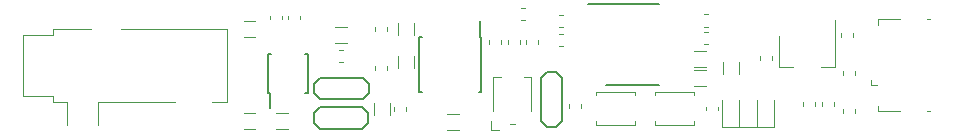
<source format=gbr>
G04 #@! TF.GenerationSoftware,KiCad,Pcbnew,(5.1.2-1)-1*
G04 #@! TF.CreationDate,2019-10-09T20:55:45-07:00*
G04 #@! TF.ProjectId,EOGee,454f4765-652e-46b6-9963-61645f706362,rev?*
G04 #@! TF.SameCoordinates,Original*
G04 #@! TF.FileFunction,Legend,Top*
G04 #@! TF.FilePolarity,Positive*
%FSLAX46Y46*%
G04 Gerber Fmt 4.6, Leading zero omitted, Abs format (unit mm)*
G04 Created by KiCad (PCBNEW (5.1.2-1)-1) date 2019-10-09 20:55:45*
%MOMM*%
%LPD*%
G04 APERTURE LIST*
%ADD10C,0.120000*%
%ADD11C,0.150000*%
G04 APERTURE END LIST*
D10*
X163490000Y-116237221D02*
X163490000Y-116562779D01*
X164510000Y-116237221D02*
X164510000Y-116562779D01*
X136110000Y-110437221D02*
X136110000Y-110762779D01*
X135090000Y-110437221D02*
X135090000Y-110762779D01*
X161690000Y-115637221D02*
X161690000Y-115962779D01*
X162710000Y-115637221D02*
X162710000Y-115962779D01*
X121162779Y-112260000D02*
X120837221Y-112260000D01*
X121162779Y-111240000D02*
X120837221Y-111240000D01*
X153215000Y-115450000D02*
X153215000Y-117735000D01*
X153215000Y-117735000D02*
X154685000Y-117735000D01*
X154685000Y-117735000D02*
X154685000Y-115450000D01*
X156185000Y-117735000D02*
X156185000Y-115450000D01*
X154715000Y-117735000D02*
X156185000Y-117735000D01*
X154715000Y-115450000D02*
X154715000Y-117735000D01*
X156215000Y-115450000D02*
X156215000Y-117735000D01*
X156215000Y-117735000D02*
X157685000Y-117735000D01*
X157685000Y-117735000D02*
X157685000Y-115450000D01*
X116500000Y-117930000D02*
X115500000Y-117930000D01*
X115500000Y-116570000D02*
X116500000Y-116570000D01*
X113750000Y-117930000D02*
X112750000Y-117930000D01*
X112750000Y-116570000D02*
X113750000Y-116570000D01*
X113750000Y-110180000D02*
X112750000Y-110180000D01*
X112750000Y-108820000D02*
X113750000Y-108820000D01*
X127180000Y-109000000D02*
X127180000Y-110000000D01*
X125820000Y-110000000D02*
X125820000Y-109000000D01*
X127180000Y-111750000D02*
X127180000Y-112750000D01*
X125820000Y-112750000D02*
X125820000Y-111750000D01*
X134510000Y-110437221D02*
X134510000Y-110762779D01*
X133490000Y-110437221D02*
X133490000Y-110762779D01*
X137710000Y-110437221D02*
X137710000Y-110762779D01*
X136690000Y-110437221D02*
X136690000Y-110762779D01*
X123890000Y-109337221D02*
X123890000Y-109662779D01*
X124910000Y-109337221D02*
X124910000Y-109662779D01*
X123890000Y-112587221D02*
X123890000Y-112912779D01*
X124910000Y-112587221D02*
X124910000Y-112912779D01*
X160090000Y-115637221D02*
X160090000Y-115962779D01*
X161110000Y-115637221D02*
X161110000Y-115962779D01*
X164310000Y-109837221D02*
X164310000Y-110162779D01*
X163290000Y-109837221D02*
X163290000Y-110162779D01*
X156440000Y-111787221D02*
X156440000Y-112112779D01*
X157460000Y-111787221D02*
X157460000Y-112112779D01*
X126510000Y-116087221D02*
X126510000Y-116412779D01*
X125490000Y-116087221D02*
X125490000Y-116412779D01*
X139812779Y-109890000D02*
X139487221Y-109890000D01*
X139812779Y-110910000D02*
X139487221Y-110910000D01*
X139812779Y-109310000D02*
X139487221Y-109310000D01*
X139812779Y-108290000D02*
X139487221Y-108290000D01*
X151737221Y-110760000D02*
X152062779Y-110760000D01*
X151737221Y-109740000D02*
X152062779Y-109740000D01*
X140290000Y-116162779D02*
X140290000Y-115837221D01*
X141310000Y-116162779D02*
X141310000Y-115837221D01*
X151737221Y-108240000D02*
X152062779Y-108240000D01*
X151737221Y-109260000D02*
X152062779Y-109260000D01*
X166437500Y-116450000D02*
X166437500Y-116000000D01*
X168287500Y-116450000D02*
X166437500Y-116450000D01*
X170837500Y-108650000D02*
X170587500Y-108650000D01*
X170837500Y-116450000D02*
X170587500Y-116450000D01*
X168287500Y-108650000D02*
X166437500Y-108650000D01*
X166437500Y-108650000D02*
X166437500Y-109100000D01*
X165887500Y-114250000D02*
X165887500Y-113800000D01*
X165887500Y-114250000D02*
X166337500Y-114250000D01*
X97800000Y-115640000D02*
X96600000Y-115640000D01*
X96600000Y-115640000D02*
X96600000Y-115140000D01*
X96600000Y-115140000D02*
X94100000Y-115140000D01*
X94100000Y-115140000D02*
X94100000Y-109940000D01*
X94100000Y-109940000D02*
X96600000Y-109940000D01*
X96600000Y-109940000D02*
X96600000Y-109440000D01*
X96600000Y-109440000D02*
X99800000Y-109440000D01*
X102400000Y-109440000D02*
X111300000Y-109440000D01*
X111300000Y-109440000D02*
X111300000Y-115640000D01*
X111300000Y-115640000D02*
X110100000Y-115640000D01*
X106900000Y-115640000D02*
X100400000Y-115640000D01*
X97800000Y-115640000D02*
X97800000Y-117640000D01*
X100400000Y-115640000D02*
X100400000Y-117640000D01*
X136562779Y-107690000D02*
X136237221Y-107690000D01*
X136562779Y-108710000D02*
X136237221Y-108710000D01*
X163490000Y-113362779D02*
X163490000Y-113037221D01*
X164510000Y-113362779D02*
X164510000Y-113037221D01*
X121500000Y-110680000D02*
X120500000Y-110680000D01*
X120500000Y-109320000D02*
X121500000Y-109320000D01*
X123820000Y-116750000D02*
X123820000Y-115750000D01*
X125180000Y-115750000D02*
X125180000Y-116750000D01*
X131000000Y-118030000D02*
X130000000Y-118030000D01*
X130000000Y-116670000D02*
X131000000Y-116670000D01*
X152910000Y-116037221D02*
X152910000Y-116362779D01*
X151890000Y-116037221D02*
X151890000Y-116362779D01*
X151900000Y-114280000D02*
X150900000Y-114280000D01*
X150900000Y-112920000D02*
X151900000Y-112920000D01*
X150900000Y-111320000D02*
X151900000Y-111320000D01*
X151900000Y-112680000D02*
X150900000Y-112680000D01*
X153320000Y-113300000D02*
X153320000Y-112300000D01*
X154680000Y-112300000D02*
X154680000Y-113300000D01*
X135300000Y-117500000D02*
X135700000Y-117500000D01*
X133900000Y-116400000D02*
X133900000Y-113500000D01*
X133900000Y-113500000D02*
X134500000Y-113500000D01*
X137100000Y-116400000D02*
X137100000Y-113500000D01*
X137100000Y-113500000D02*
X136500000Y-113500000D01*
X133700000Y-117300000D02*
X133700000Y-118000000D01*
X133700000Y-118000000D02*
X134400000Y-118000000D01*
X147550000Y-117600000D02*
X147550000Y-117300000D01*
X150850000Y-117600000D02*
X147550000Y-117600000D01*
X150850000Y-117300000D02*
X150850000Y-117600000D01*
X147550000Y-114800000D02*
X147550000Y-115100000D01*
X150850000Y-114800000D02*
X147550000Y-114800000D01*
X150850000Y-115100000D02*
X150850000Y-114800000D01*
X145850000Y-115100000D02*
X145850000Y-114800000D01*
X145850000Y-114800000D02*
X142550000Y-114800000D01*
X142550000Y-114800000D02*
X142550000Y-115100000D01*
X145850000Y-117300000D02*
X145850000Y-117600000D01*
X145850000Y-117600000D02*
X142550000Y-117600000D01*
X142550000Y-117600000D02*
X142550000Y-117300000D01*
D11*
X118720000Y-114100000D02*
X119220000Y-113600000D01*
X118720000Y-114900000D02*
X118720000Y-114100000D01*
X119220000Y-115400000D02*
X118720000Y-114900000D01*
X122820000Y-115400000D02*
X119220000Y-115400000D01*
X123320000Y-114900000D02*
X122820000Y-115400000D01*
X123320000Y-114100000D02*
X123320000Y-114900000D01*
X122820000Y-113600000D02*
X123320000Y-114100000D01*
X119220000Y-113600000D02*
X122820000Y-113600000D01*
X122780000Y-117900000D02*
X119180000Y-117900000D01*
X119180000Y-117900000D02*
X118680000Y-117400000D01*
X118680000Y-117400000D02*
X118680000Y-116600000D01*
X118680000Y-116600000D02*
X119180000Y-116100000D01*
X119180000Y-116100000D02*
X122780000Y-116100000D01*
X122780000Y-116100000D02*
X123280000Y-116600000D01*
X123280000Y-116600000D02*
X123280000Y-117400000D01*
X123280000Y-117400000D02*
X122780000Y-117900000D01*
X137900000Y-117230000D02*
X137900000Y-113630000D01*
X137900000Y-113630000D02*
X138400000Y-113130000D01*
X138400000Y-113130000D02*
X139200000Y-113130000D01*
X139200000Y-113130000D02*
X139700000Y-113630000D01*
X139700000Y-113630000D02*
X139700000Y-117230000D01*
X139700000Y-117230000D02*
X139200000Y-117730000D01*
X139200000Y-117730000D02*
X138400000Y-117730000D01*
X138400000Y-117730000D02*
X137900000Y-117230000D01*
X132750000Y-110175000D02*
X132750000Y-108825000D01*
X127625000Y-110175000D02*
X127625000Y-114825000D01*
X132875000Y-110175000D02*
X132875000Y-114825000D01*
X127625000Y-110175000D02*
X127850000Y-110175000D01*
X127625000Y-114825000D02*
X127850000Y-114825000D01*
X132875000Y-114825000D02*
X132650000Y-114825000D01*
X132875000Y-110175000D02*
X132750000Y-110175000D01*
D10*
X162850000Y-112730000D02*
X161650000Y-112730000D01*
X162850000Y-108730000D02*
X162850000Y-112730000D01*
X158050000Y-112730000D02*
X158050000Y-110030000D01*
X159250000Y-112730000D02*
X158050000Y-112730000D01*
D11*
X143425000Y-114250000D02*
X147875000Y-114250000D01*
X141900000Y-107350000D02*
X147875000Y-107350000D01*
D10*
X114990000Y-108662779D02*
X114990000Y-108337221D01*
X116010000Y-108662779D02*
X116010000Y-108337221D01*
X117510000Y-108662779D02*
X117510000Y-108337221D01*
X116490000Y-108662779D02*
X116490000Y-108337221D01*
D11*
X114825000Y-114925000D02*
X115000000Y-114925000D01*
X114825000Y-111575000D02*
X115075000Y-111575000D01*
X118175000Y-111575000D02*
X117925000Y-111575000D01*
X118175000Y-114925000D02*
X117925000Y-114925000D01*
X114825000Y-114925000D02*
X114825000Y-111575000D01*
X118175000Y-114925000D02*
X118175000Y-111575000D01*
X115000000Y-114925000D02*
X115000000Y-116175000D01*
M02*

</source>
